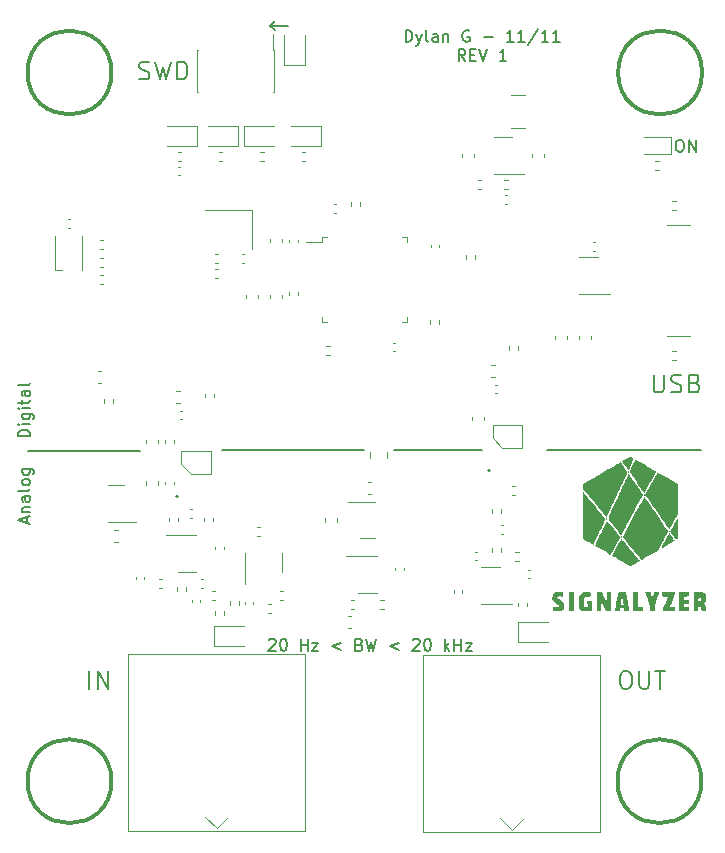
<source format=gbr>
%TF.GenerationSoftware,KiCad,Pcbnew,(6.0.4)*%
%TF.CreationDate,2022-11-12T18:53:05-06:00*%
%TF.ProjectId,Signalyzer,5369676e-616c-4797-9a65-722e6b696361,rev?*%
%TF.SameCoordinates,Original*%
%TF.FileFunction,Legend,Top*%
%TF.FilePolarity,Positive*%
%FSLAX46Y46*%
G04 Gerber Fmt 4.6, Leading zero omitted, Abs format (unit mm)*
G04 Created by KiCad (PCBNEW (6.0.4)) date 2022-11-12 18:53:05*
%MOMM*%
%LPD*%
G01*
G04 APERTURE LIST*
%ADD10C,0.150000*%
%ADD11C,0.300000*%
%ADD12C,0.200000*%
%ADD13C,0.120000*%
%ADD14C,0.160000*%
G04 APERTURE END LIST*
D10*
X144250000Y-59397380D02*
X144250000Y-58397380D01*
X144488095Y-58397380D01*
X144630952Y-58445000D01*
X144726190Y-58540238D01*
X144773809Y-58635476D01*
X144821428Y-58825952D01*
X144821428Y-58968809D01*
X144773809Y-59159285D01*
X144726190Y-59254523D01*
X144630952Y-59349761D01*
X144488095Y-59397380D01*
X144250000Y-59397380D01*
X145154761Y-58730714D02*
X145392857Y-59397380D01*
X145630952Y-58730714D02*
X145392857Y-59397380D01*
X145297619Y-59635476D01*
X145250000Y-59683095D01*
X145154761Y-59730714D01*
X146154761Y-59397380D02*
X146059523Y-59349761D01*
X146011904Y-59254523D01*
X146011904Y-58397380D01*
X146964285Y-59397380D02*
X146964285Y-58873571D01*
X146916666Y-58778333D01*
X146821428Y-58730714D01*
X146630952Y-58730714D01*
X146535714Y-58778333D01*
X146964285Y-59349761D02*
X146869047Y-59397380D01*
X146630952Y-59397380D01*
X146535714Y-59349761D01*
X146488095Y-59254523D01*
X146488095Y-59159285D01*
X146535714Y-59064047D01*
X146630952Y-59016428D01*
X146869047Y-59016428D01*
X146964285Y-58968809D01*
X147440476Y-58730714D02*
X147440476Y-59397380D01*
X147440476Y-58825952D02*
X147488095Y-58778333D01*
X147583333Y-58730714D01*
X147726190Y-58730714D01*
X147821428Y-58778333D01*
X147869047Y-58873571D01*
X147869047Y-59397380D01*
X149630952Y-58445000D02*
X149535714Y-58397380D01*
X149392857Y-58397380D01*
X149250000Y-58445000D01*
X149154761Y-58540238D01*
X149107142Y-58635476D01*
X149059523Y-58825952D01*
X149059523Y-58968809D01*
X149107142Y-59159285D01*
X149154761Y-59254523D01*
X149250000Y-59349761D01*
X149392857Y-59397380D01*
X149488095Y-59397380D01*
X149630952Y-59349761D01*
X149678571Y-59302142D01*
X149678571Y-58968809D01*
X149488095Y-58968809D01*
X150869047Y-59016428D02*
X151630952Y-59016428D01*
X153392857Y-59397380D02*
X152821428Y-59397380D01*
X153107142Y-59397380D02*
X153107142Y-58397380D01*
X153011904Y-58540238D01*
X152916666Y-58635476D01*
X152821428Y-58683095D01*
X154345238Y-59397380D02*
X153773809Y-59397380D01*
X154059523Y-59397380D02*
X154059523Y-58397380D01*
X153964285Y-58540238D01*
X153869047Y-58635476D01*
X153773809Y-58683095D01*
X155488095Y-58349761D02*
X154630952Y-59635476D01*
X156345238Y-59397380D02*
X155773809Y-59397380D01*
X156059523Y-59397380D02*
X156059523Y-58397380D01*
X155964285Y-58540238D01*
X155869047Y-58635476D01*
X155773809Y-58683095D01*
X157297619Y-59397380D02*
X156726190Y-59397380D01*
X157011904Y-59397380D02*
X157011904Y-58397380D01*
X156916666Y-58540238D01*
X156821428Y-58635476D01*
X156726190Y-58683095D01*
X149321428Y-61007380D02*
X148988095Y-60531190D01*
X148750000Y-61007380D02*
X148750000Y-60007380D01*
X149130952Y-60007380D01*
X149226190Y-60055000D01*
X149273809Y-60102619D01*
X149321428Y-60197857D01*
X149321428Y-60340714D01*
X149273809Y-60435952D01*
X149226190Y-60483571D01*
X149130952Y-60531190D01*
X148750000Y-60531190D01*
X149750000Y-60483571D02*
X150083333Y-60483571D01*
X150226190Y-61007380D02*
X149750000Y-61007380D01*
X149750000Y-60007380D01*
X150226190Y-60007380D01*
X150511904Y-60007380D02*
X150845238Y-61007380D01*
X151178571Y-60007380D01*
X152797619Y-61007380D02*
X152226190Y-61007380D01*
X152511904Y-61007380D02*
X152511904Y-60007380D01*
X152416666Y-60150238D01*
X152321428Y-60245476D01*
X152226190Y-60293095D01*
D11*
X119356336Y-62000000D02*
G75*
G03*
X119356336Y-62000000I-3553168J0D01*
G01*
X169356336Y-62000000D02*
G75*
G03*
X169356336Y-62000000I-3553168J0D01*
G01*
X119356336Y-122000000D02*
G75*
G03*
X119356336Y-122000000I-3553168J0D01*
G01*
X169303168Y-122000000D02*
G75*
G03*
X169303168Y-122000000I-3553168J0D01*
G01*
D10*
X112166666Y-100130952D02*
X112166666Y-99654761D01*
X112452380Y-100226190D02*
X111452380Y-99892857D01*
X112452380Y-99559523D01*
X111785714Y-99226190D02*
X112452380Y-99226190D01*
X111880952Y-99226190D02*
X111833333Y-99178571D01*
X111785714Y-99083333D01*
X111785714Y-98940476D01*
X111833333Y-98845238D01*
X111928571Y-98797619D01*
X112452380Y-98797619D01*
X112452380Y-97892857D02*
X111928571Y-97892857D01*
X111833333Y-97940476D01*
X111785714Y-98035714D01*
X111785714Y-98226190D01*
X111833333Y-98321428D01*
X112404761Y-97892857D02*
X112452380Y-97988095D01*
X112452380Y-98226190D01*
X112404761Y-98321428D01*
X112309523Y-98369047D01*
X112214285Y-98369047D01*
X112119047Y-98321428D01*
X112071428Y-98226190D01*
X112071428Y-97988095D01*
X112023809Y-97892857D01*
X112452380Y-97273809D02*
X112404761Y-97369047D01*
X112309523Y-97416666D01*
X111452380Y-97416666D01*
X112452380Y-96750000D02*
X112404761Y-96845238D01*
X112357142Y-96892857D01*
X112261904Y-96940476D01*
X111976190Y-96940476D01*
X111880952Y-96892857D01*
X111833333Y-96845238D01*
X111785714Y-96750000D01*
X111785714Y-96607142D01*
X111833333Y-96511904D01*
X111880952Y-96464285D01*
X111976190Y-96416666D01*
X112261904Y-96416666D01*
X112357142Y-96464285D01*
X112404761Y-96511904D01*
X112452380Y-96607142D01*
X112452380Y-96750000D01*
X111785714Y-95559523D02*
X112595238Y-95559523D01*
X112690476Y-95607142D01*
X112738095Y-95654761D01*
X112785714Y-95750000D01*
X112785714Y-95892857D01*
X112738095Y-95988095D01*
X112404761Y-95559523D02*
X112452380Y-95654761D01*
X112452380Y-95845238D01*
X112404761Y-95940476D01*
X112357142Y-95988095D01*
X112261904Y-96035714D01*
X111976190Y-96035714D01*
X111880952Y-95988095D01*
X111833333Y-95940476D01*
X111785714Y-95845238D01*
X111785714Y-95654761D01*
X111833333Y-95559523D01*
X112452380Y-92797619D02*
X111452380Y-92797619D01*
X111452380Y-92559523D01*
X111500000Y-92416666D01*
X111595238Y-92321428D01*
X111690476Y-92273809D01*
X111880952Y-92226190D01*
X112023809Y-92226190D01*
X112214285Y-92273809D01*
X112309523Y-92321428D01*
X112404761Y-92416666D01*
X112452380Y-92559523D01*
X112452380Y-92797619D01*
X112452380Y-91797619D02*
X111785714Y-91797619D01*
X111452380Y-91797619D02*
X111500000Y-91845238D01*
X111547619Y-91797619D01*
X111500000Y-91750000D01*
X111452380Y-91797619D01*
X111547619Y-91797619D01*
X111785714Y-90892857D02*
X112595238Y-90892857D01*
X112690476Y-90940476D01*
X112738095Y-90988095D01*
X112785714Y-91083333D01*
X112785714Y-91226190D01*
X112738095Y-91321428D01*
X112404761Y-90892857D02*
X112452380Y-90988095D01*
X112452380Y-91178571D01*
X112404761Y-91273809D01*
X112357142Y-91321428D01*
X112261904Y-91369047D01*
X111976190Y-91369047D01*
X111880952Y-91321428D01*
X111833333Y-91273809D01*
X111785714Y-91178571D01*
X111785714Y-90988095D01*
X111833333Y-90892857D01*
X112452380Y-90416666D02*
X111785714Y-90416666D01*
X111452380Y-90416666D02*
X111500000Y-90464285D01*
X111547619Y-90416666D01*
X111500000Y-90369047D01*
X111452380Y-90416666D01*
X111547619Y-90416666D01*
X111785714Y-90083333D02*
X111785714Y-89702380D01*
X111452380Y-89940476D02*
X112309523Y-89940476D01*
X112404761Y-89892857D01*
X112452380Y-89797619D01*
X112452380Y-89702380D01*
X112452380Y-88940476D02*
X111928571Y-88940476D01*
X111833333Y-88988095D01*
X111785714Y-89083333D01*
X111785714Y-89273809D01*
X111833333Y-89369047D01*
X112404761Y-88940476D02*
X112452380Y-89035714D01*
X112452380Y-89273809D01*
X112404761Y-89369047D01*
X112309523Y-89416666D01*
X112214285Y-89416666D01*
X112119047Y-89369047D01*
X112071428Y-89273809D01*
X112071428Y-89035714D01*
X112023809Y-88940476D01*
X112452380Y-88321428D02*
X112404761Y-88416666D01*
X112309523Y-88464285D01*
X111452380Y-88464285D01*
X167380952Y-67702380D02*
X167571428Y-67702380D01*
X167666666Y-67750000D01*
X167761904Y-67845238D01*
X167809523Y-68035714D01*
X167809523Y-68369047D01*
X167761904Y-68559523D01*
X167666666Y-68654761D01*
X167571428Y-68702380D01*
X167380952Y-68702380D01*
X167285714Y-68654761D01*
X167190476Y-68559523D01*
X167142857Y-68369047D01*
X167142857Y-68035714D01*
X167190476Y-67845238D01*
X167285714Y-67750000D01*
X167380952Y-67702380D01*
X168238095Y-68702380D02*
X168238095Y-67702380D01*
X168809523Y-68702380D01*
X168809523Y-67702380D01*
X132678571Y-110047619D02*
X132726190Y-110000000D01*
X132821428Y-109952380D01*
X133059523Y-109952380D01*
X133154761Y-110000000D01*
X133202380Y-110047619D01*
X133250000Y-110142857D01*
X133250000Y-110238095D01*
X133202380Y-110380952D01*
X132630952Y-110952380D01*
X133250000Y-110952380D01*
X133869047Y-109952380D02*
X133964285Y-109952380D01*
X134059523Y-110000000D01*
X134107142Y-110047619D01*
X134154761Y-110142857D01*
X134202380Y-110333333D01*
X134202380Y-110571428D01*
X134154761Y-110761904D01*
X134107142Y-110857142D01*
X134059523Y-110904761D01*
X133964285Y-110952380D01*
X133869047Y-110952380D01*
X133773809Y-110904761D01*
X133726190Y-110857142D01*
X133678571Y-110761904D01*
X133630952Y-110571428D01*
X133630952Y-110333333D01*
X133678571Y-110142857D01*
X133726190Y-110047619D01*
X133773809Y-110000000D01*
X133869047Y-109952380D01*
X135392857Y-110952380D02*
X135392857Y-109952380D01*
X135392857Y-110428571D02*
X135964285Y-110428571D01*
X135964285Y-110952380D02*
X135964285Y-109952380D01*
X136345238Y-110285714D02*
X136869047Y-110285714D01*
X136345238Y-110952380D01*
X136869047Y-110952380D01*
X138773809Y-110285714D02*
X138011904Y-110571428D01*
X138773809Y-110857142D01*
X140345238Y-110428571D02*
X140488095Y-110476190D01*
X140535714Y-110523809D01*
X140583333Y-110619047D01*
X140583333Y-110761904D01*
X140535714Y-110857142D01*
X140488095Y-110904761D01*
X140392857Y-110952380D01*
X140011904Y-110952380D01*
X140011904Y-109952380D01*
X140345238Y-109952380D01*
X140440476Y-110000000D01*
X140488095Y-110047619D01*
X140535714Y-110142857D01*
X140535714Y-110238095D01*
X140488095Y-110333333D01*
X140440476Y-110380952D01*
X140345238Y-110428571D01*
X140011904Y-110428571D01*
X140916666Y-109952380D02*
X141154761Y-110952380D01*
X141345238Y-110238095D01*
X141535714Y-110952380D01*
X141773809Y-109952380D01*
X143678571Y-110285714D02*
X142916666Y-110571428D01*
X143678571Y-110857142D01*
X144869047Y-110047619D02*
X144916666Y-110000000D01*
X145011904Y-109952380D01*
X145250000Y-109952380D01*
X145345238Y-110000000D01*
X145392857Y-110047619D01*
X145440476Y-110142857D01*
X145440476Y-110238095D01*
X145392857Y-110380952D01*
X144821428Y-110952380D01*
X145440476Y-110952380D01*
X146059523Y-109952380D02*
X146154761Y-109952380D01*
X146250000Y-110000000D01*
X146297619Y-110047619D01*
X146345238Y-110142857D01*
X146392857Y-110333333D01*
X146392857Y-110571428D01*
X146345238Y-110761904D01*
X146297619Y-110857142D01*
X146250000Y-110904761D01*
X146154761Y-110952380D01*
X146059523Y-110952380D01*
X145964285Y-110904761D01*
X145916666Y-110857142D01*
X145869047Y-110761904D01*
X145821428Y-110571428D01*
X145821428Y-110333333D01*
X145869047Y-110142857D01*
X145916666Y-110047619D01*
X145964285Y-110000000D01*
X146059523Y-109952380D01*
X147583333Y-110952380D02*
X147583333Y-109952380D01*
X147678571Y-110571428D02*
X147964285Y-110952380D01*
X147964285Y-110285714D02*
X147583333Y-110666666D01*
X148392857Y-110952380D02*
X148392857Y-109952380D01*
X148392857Y-110428571D02*
X148964285Y-110428571D01*
X148964285Y-110952380D02*
X148964285Y-109952380D01*
X149345238Y-110285714D02*
X149869047Y-110285714D01*
X149345238Y-110952380D01*
X149869047Y-110952380D01*
D12*
X162750000Y-112678571D02*
X163035714Y-112678571D01*
X163178571Y-112750000D01*
X163321428Y-112892857D01*
X163392857Y-113178571D01*
X163392857Y-113678571D01*
X163321428Y-113964285D01*
X163178571Y-114107142D01*
X163035714Y-114178571D01*
X162750000Y-114178571D01*
X162607142Y-114107142D01*
X162464285Y-113964285D01*
X162392857Y-113678571D01*
X162392857Y-113178571D01*
X162464285Y-112892857D01*
X162607142Y-112750000D01*
X162750000Y-112678571D01*
X164035714Y-112678571D02*
X164035714Y-113892857D01*
X164107142Y-114035714D01*
X164178571Y-114107142D01*
X164321428Y-114178571D01*
X164607142Y-114178571D01*
X164750000Y-114107142D01*
X164821428Y-114035714D01*
X164892857Y-113892857D01*
X164892857Y-112678571D01*
X165392857Y-112678571D02*
X166250000Y-112678571D01*
X165821428Y-114178571D02*
X165821428Y-112678571D01*
X117464285Y-114178571D02*
X117464285Y-112678571D01*
X118178571Y-114178571D02*
X118178571Y-112678571D01*
X119035714Y-114178571D01*
X119035714Y-112678571D01*
D10*
X140750000Y-94000000D02*
X128750000Y-94000000D01*
X150750000Y-94000000D02*
X143250000Y-94000000D01*
X121750000Y-94025000D02*
X112250000Y-94025000D01*
X156250000Y-94000000D02*
X169250000Y-94000000D01*
D12*
X165257142Y-87578571D02*
X165257142Y-88792857D01*
X165328571Y-88935714D01*
X165400000Y-89007142D01*
X165542857Y-89078571D01*
X165828571Y-89078571D01*
X165971428Y-89007142D01*
X166042857Y-88935714D01*
X166114285Y-88792857D01*
X166114285Y-87578571D01*
X166757142Y-89007142D02*
X166971428Y-89078571D01*
X167328571Y-89078571D01*
X167471428Y-89007142D01*
X167542857Y-88935714D01*
X167614285Y-88792857D01*
X167614285Y-88650000D01*
X167542857Y-88507142D01*
X167471428Y-88435714D01*
X167328571Y-88364285D01*
X167042857Y-88292857D01*
X166900000Y-88221428D01*
X166828571Y-88150000D01*
X166757142Y-88007142D01*
X166757142Y-87864285D01*
X166828571Y-87721428D01*
X166900000Y-87650000D01*
X167042857Y-87578571D01*
X167400000Y-87578571D01*
X167614285Y-87650000D01*
X168757142Y-88292857D02*
X168971428Y-88364285D01*
X169042857Y-88435714D01*
X169114285Y-88578571D01*
X169114285Y-88792857D01*
X169042857Y-88935714D01*
X168971428Y-89007142D01*
X168828571Y-89078571D01*
X168257142Y-89078571D01*
X168257142Y-87578571D01*
X168757142Y-87578571D01*
X168900000Y-87650000D01*
X168971428Y-87721428D01*
X169042857Y-87864285D01*
X169042857Y-88007142D01*
X168971428Y-88150000D01*
X168900000Y-88221428D01*
X168757142Y-88292857D01*
X168257142Y-88292857D01*
X134311904Y-58042857D02*
X132788095Y-58042857D01*
X133169047Y-58423809D02*
X132788095Y-58042857D01*
X133169047Y-57661904D01*
X121714285Y-62507142D02*
X121928571Y-62578571D01*
X122285714Y-62578571D01*
X122428571Y-62507142D01*
X122500000Y-62435714D01*
X122571428Y-62292857D01*
X122571428Y-62150000D01*
X122500000Y-62007142D01*
X122428571Y-61935714D01*
X122285714Y-61864285D01*
X122000000Y-61792857D01*
X121857142Y-61721428D01*
X121785714Y-61650000D01*
X121714285Y-61507142D01*
X121714285Y-61364285D01*
X121785714Y-61221428D01*
X121857142Y-61150000D01*
X122000000Y-61078571D01*
X122357142Y-61078571D01*
X122571428Y-61150000D01*
X123071428Y-61078571D02*
X123428571Y-62578571D01*
X123714285Y-61507142D01*
X124000000Y-62578571D01*
X124357142Y-61078571D01*
X124928571Y-62578571D02*
X124928571Y-61078571D01*
X125285714Y-61078571D01*
X125500000Y-61150000D01*
X125642857Y-61292857D01*
X125714285Y-61435714D01*
X125785714Y-61721428D01*
X125785714Y-61935714D01*
X125714285Y-62221428D01*
X125642857Y-62364285D01*
X125500000Y-62507142D01*
X125285714Y-62578571D01*
X124928571Y-62578571D01*
D13*
%TO.C,L101*%
X153147936Y-66660000D02*
X154352064Y-66660000D01*
X153147936Y-63940000D02*
X154352064Y-63940000D01*
%TO.C,G\u002A\u002A\u002A*%
G36*
X163347857Y-94538256D02*
G01*
X163426586Y-94573282D01*
X163459347Y-94590861D01*
X163533935Y-94640306D01*
X163563234Y-94683444D01*
X163561828Y-94719596D01*
X163545563Y-94763080D01*
X163509973Y-94845690D01*
X163460025Y-94956857D01*
X163400683Y-95086008D01*
X163336913Y-95222573D01*
X163273682Y-95355979D01*
X163215953Y-95475657D01*
X163168694Y-95571034D01*
X163136869Y-95631539D01*
X163125865Y-95647731D01*
X163106974Y-95624600D01*
X163060733Y-95560952D01*
X162993077Y-95465152D01*
X162909942Y-95345564D01*
X162859918Y-95272897D01*
X162602897Y-94898295D01*
X162924779Y-94711313D01*
X163051345Y-94639896D01*
X163162516Y-94581062D01*
X163246800Y-94540627D01*
X163292704Y-94524408D01*
X163294218Y-94524330D01*
X163347857Y-94538256D01*
G37*
G36*
X163165010Y-95758130D02*
G01*
X163185023Y-95815359D01*
X163173633Y-95854520D01*
X163150432Y-95896820D01*
X163129336Y-95886282D01*
X163112259Y-95860231D01*
X163094058Y-95803281D01*
X163104565Y-95757913D01*
X163134860Y-95741393D01*
X163165010Y-95758130D01*
G37*
G36*
X163758263Y-94776104D02*
G01*
X163831383Y-94815902D01*
X163940610Y-94877288D01*
X164078687Y-94956029D01*
X164238359Y-95047890D01*
X164412367Y-95148635D01*
X164593454Y-95254031D01*
X164774364Y-95359843D01*
X164947839Y-95461836D01*
X165106623Y-95555775D01*
X165243458Y-95637426D01*
X165351087Y-95702555D01*
X165422253Y-95746926D01*
X165449699Y-95766305D01*
X165449790Y-95766522D01*
X165437420Y-95797405D01*
X165400252Y-95872291D01*
X165342251Y-95983940D01*
X165267387Y-96125113D01*
X165179625Y-96288570D01*
X165082933Y-96467072D01*
X164981279Y-96653378D01*
X164878628Y-96840250D01*
X164778950Y-97020447D01*
X164686211Y-97186730D01*
X164604378Y-97331859D01*
X164537418Y-97448595D01*
X164489299Y-97529698D01*
X164463988Y-97567929D01*
X164461522Y-97569965D01*
X164439842Y-97546389D01*
X164388871Y-97479294D01*
X164312479Y-97374123D01*
X164214536Y-97236324D01*
X164098915Y-97071340D01*
X163969484Y-96884619D01*
X163831010Y-96682912D01*
X163224845Y-95795859D01*
X163466584Y-95279616D01*
X163542477Y-95119612D01*
X163610712Y-94979656D01*
X163667122Y-94867980D01*
X163707541Y-94792815D01*
X163727803Y-94762392D01*
X163728509Y-94762129D01*
X163758263Y-94776104D01*
G37*
G36*
X164493788Y-97683096D02*
G01*
X164507841Y-97738023D01*
X164497156Y-97795935D01*
X164495527Y-97799004D01*
X164471951Y-97827976D01*
X164449419Y-97805944D01*
X164440337Y-97789070D01*
X164422989Y-97724402D01*
X164434598Y-97673763D01*
X164461640Y-97658672D01*
X164493788Y-97683096D01*
G37*
G36*
X162763132Y-95390866D02*
G01*
X162868600Y-95544864D01*
X162943816Y-95658735D01*
X162992955Y-95740431D01*
X163020194Y-95797908D01*
X163029710Y-95839121D01*
X163025680Y-95872024D01*
X163021721Y-95883358D01*
X163001990Y-95928512D01*
X162960265Y-96020274D01*
X162899022Y-96153358D01*
X162820739Y-96322477D01*
X162727895Y-96522344D01*
X162622967Y-96747671D01*
X162508432Y-96993173D01*
X162386770Y-97253561D01*
X162260457Y-97523549D01*
X162131972Y-97797850D01*
X162003792Y-98071177D01*
X161878396Y-98338243D01*
X161758260Y-98593761D01*
X161645864Y-98832444D01*
X161543684Y-99049005D01*
X161454200Y-99238157D01*
X161379888Y-99394613D01*
X161323226Y-99513086D01*
X161286692Y-99588289D01*
X161272871Y-99614854D01*
X161251130Y-99596404D01*
X161195657Y-99536209D01*
X161109990Y-99438441D01*
X160997665Y-99307272D01*
X160862218Y-99146874D01*
X160707186Y-98961421D01*
X160536106Y-98755084D01*
X160352513Y-98532037D01*
X160278288Y-98441425D01*
X159302503Y-97248602D01*
X159302503Y-96824813D01*
X160618335Y-96057200D01*
X160883357Y-95902588D01*
X161141324Y-95752081D01*
X161386076Y-95609273D01*
X161611451Y-95477759D01*
X161811290Y-95361134D01*
X161979432Y-95262993D01*
X162109717Y-95186931D01*
X162195984Y-95136544D01*
X162204579Y-95131521D01*
X162474990Y-94973455D01*
X162763132Y-95390866D01*
G37*
G36*
X161303803Y-99720952D02*
G01*
X161324146Y-99738665D01*
X161334930Y-99781623D01*
X161320149Y-99830111D01*
X161291258Y-99862543D01*
X161260655Y-99858307D01*
X161241162Y-99808977D01*
X161245195Y-99748493D01*
X161265508Y-99715807D01*
X161303803Y-99720952D01*
G37*
G36*
X165633471Y-95877414D02*
G01*
X165709608Y-95916360D01*
X165824143Y-95978482D01*
X165970827Y-96060311D01*
X166143412Y-96158376D01*
X166335649Y-96269208D01*
X166458265Y-96340649D01*
X167286205Y-96824910D01*
X167293917Y-98088375D01*
X167301630Y-99351840D01*
X166970971Y-99961543D01*
X166875392Y-100137255D01*
X166787550Y-100297756D01*
X166711900Y-100434984D01*
X166652895Y-100540879D01*
X166614991Y-100607383D01*
X166604541Y-100624564D01*
X166593657Y-100631570D01*
X166576068Y-100625241D01*
X166549194Y-100602085D01*
X166510456Y-100558608D01*
X166457274Y-100491317D01*
X166387067Y-100396720D01*
X166297257Y-100271322D01*
X166185264Y-100111632D01*
X166048507Y-99914155D01*
X165884407Y-99675399D01*
X165690384Y-99391870D01*
X165643685Y-99323517D01*
X165468427Y-99066913D01*
X165301135Y-98821940D01*
X165145166Y-98593514D01*
X165003874Y-98386548D01*
X164880613Y-98205958D01*
X164778737Y-98056657D01*
X164701602Y-97943561D01*
X164652562Y-97871584D01*
X164638478Y-97850856D01*
X164558356Y-97732563D01*
X165065996Y-96803203D01*
X165183797Y-96588706D01*
X165293489Y-96391203D01*
X165391701Y-96216594D01*
X165475064Y-96070779D01*
X165540206Y-95959656D01*
X165583757Y-95889126D01*
X165601981Y-95865115D01*
X165633471Y-95877414D01*
G37*
G36*
X166594425Y-100750576D02*
G01*
X166616848Y-100790597D01*
X166620896Y-100822584D01*
X166608043Y-100878028D01*
X166579887Y-100896901D01*
X166552028Y-100869341D01*
X166550999Y-100866768D01*
X166544422Y-100810979D01*
X166559290Y-100763657D01*
X166587116Y-100747511D01*
X166594425Y-100750576D01*
G37*
G36*
X163163960Y-95995250D02*
G01*
X163190991Y-96025180D01*
X163218850Y-96063270D01*
X163275790Y-96144056D01*
X163357553Y-96261392D01*
X163459879Y-96409131D01*
X163578506Y-96581126D01*
X163709175Y-96771230D01*
X163810089Y-96918451D01*
X164380642Y-97751770D01*
X164297532Y-97904814D01*
X164041751Y-98375471D01*
X163801854Y-98816190D01*
X163578939Y-99224975D01*
X163374103Y-99599835D01*
X163188443Y-99938775D01*
X163023057Y-100239804D01*
X162879041Y-100500926D01*
X162757493Y-100720150D01*
X162659510Y-100895482D01*
X162586190Y-101024928D01*
X162538629Y-101106496D01*
X162517926Y-101138192D01*
X162517389Y-101138539D01*
X162493915Y-101117953D01*
X162438175Y-101057090D01*
X162355069Y-100961670D01*
X162249499Y-100837412D01*
X162126368Y-100690038D01*
X161990577Y-100525267D01*
X161963737Y-100492449D01*
X161825264Y-100322241D01*
X161698567Y-100165184D01*
X161588650Y-100027589D01*
X161500518Y-99915764D01*
X161439173Y-99836017D01*
X161409621Y-99794657D01*
X161408210Y-99792094D01*
X161412685Y-99760477D01*
X161437709Y-99687924D01*
X161483978Y-99572864D01*
X161552187Y-99413727D01*
X161643029Y-99208942D01*
X161757200Y-98956939D01*
X161895395Y-98656146D01*
X162058306Y-98304993D01*
X162201301Y-97998719D01*
X162344020Y-97693560D01*
X162480716Y-97400952D01*
X162609089Y-97125839D01*
X162726841Y-96873165D01*
X162831670Y-96647874D01*
X162921277Y-96454912D01*
X162993361Y-96299222D01*
X163045622Y-96185749D01*
X163075761Y-96119438D01*
X163080058Y-96109680D01*
X163117082Y-96027475D01*
X163141606Y-95991955D01*
X163163960Y-95995250D01*
G37*
G36*
X162546199Y-101230405D02*
G01*
X162559248Y-101242791D01*
X162586022Y-101299943D01*
X162582614Y-101334796D01*
X162548354Y-101379978D01*
X162508593Y-101370852D01*
X162495820Y-101354566D01*
X162489065Y-101304784D01*
X162497114Y-101262561D01*
X162517469Y-101220302D01*
X162546199Y-101230405D01*
G37*
G36*
X167294055Y-100556119D02*
G01*
X167295601Y-100778469D01*
X167296147Y-100982290D01*
X167295742Y-101159895D01*
X167294435Y-101303593D01*
X167292273Y-101405697D01*
X167289306Y-101458518D01*
X167288333Y-101463440D01*
X167252667Y-101505813D01*
X167221344Y-101526852D01*
X167196180Y-101531835D01*
X167165858Y-101516733D01*
X167124577Y-101475086D01*
X167066537Y-101400433D01*
X166985936Y-101286315D01*
X166923981Y-101195694D01*
X166837909Y-101067713D01*
X166765157Y-100957165D01*
X166711600Y-100873165D01*
X166683113Y-100824829D01*
X166680035Y-100817248D01*
X166693566Y-100786709D01*
X166731412Y-100712155D01*
X166789449Y-100601425D01*
X166863554Y-100462357D01*
X166949604Y-100302788D01*
X166983120Y-100241085D01*
X167286205Y-99684167D01*
X167294055Y-100556119D01*
G37*
G36*
X159328368Y-97516865D02*
G01*
X159389282Y-97589720D01*
X159477825Y-97696719D01*
X159589623Y-97832500D01*
X159720307Y-97991702D01*
X159865503Y-98168965D01*
X160020839Y-98358927D01*
X160181945Y-98556228D01*
X160344448Y-98755507D01*
X160503977Y-98951404D01*
X160656160Y-99138557D01*
X160796624Y-99311606D01*
X160920999Y-99465190D01*
X161024912Y-99593948D01*
X161103991Y-99692519D01*
X161153866Y-99755542D01*
X161170166Y-99777433D01*
X161160949Y-99810213D01*
X161129402Y-99889301D01*
X161078758Y-100007731D01*
X161012252Y-100158535D01*
X160933117Y-100334749D01*
X160844587Y-100529405D01*
X160749896Y-100735537D01*
X160652277Y-100946181D01*
X160554965Y-101154368D01*
X160461192Y-101353133D01*
X160374193Y-101535510D01*
X160297202Y-101694533D01*
X160233452Y-101823236D01*
X160186177Y-101914652D01*
X160158611Y-101961815D01*
X160153881Y-101966715D01*
X160121739Y-101954645D01*
X160047928Y-101917066D01*
X159941496Y-101858884D01*
X159811493Y-101785004D01*
X159716472Y-101729614D01*
X159302503Y-101485957D01*
X159294902Y-99478470D01*
X159293795Y-99140262D01*
X159293084Y-98820311D01*
X159292758Y-98523381D01*
X159292807Y-98254237D01*
X159293220Y-98017643D01*
X159293985Y-97818363D01*
X159295093Y-97661164D01*
X159296531Y-97550808D01*
X159298290Y-97492061D01*
X159299453Y-97483513D01*
X159328368Y-97516865D01*
G37*
G36*
X166611077Y-101022484D02*
G01*
X166658182Y-101082606D01*
X166722009Y-101169374D01*
X166794905Y-101271793D01*
X166869218Y-101378869D01*
X166937295Y-101479610D01*
X166991485Y-101563020D01*
X167024134Y-101618107D01*
X167029835Y-101634263D01*
X167003702Y-101650006D01*
X166935411Y-101690278D01*
X166833912Y-101749850D01*
X166708156Y-101823495D01*
X166567093Y-101905985D01*
X166419671Y-101992091D01*
X166274841Y-102076587D01*
X166141554Y-102154244D01*
X166028757Y-102219835D01*
X165945402Y-102268131D01*
X165903841Y-102291987D01*
X165882018Y-102289560D01*
X165881664Y-102286564D01*
X165895209Y-102253678D01*
X165932702Y-102178688D01*
X165989433Y-102070172D01*
X166060691Y-101936706D01*
X166141764Y-101786867D01*
X166227941Y-101629232D01*
X166314512Y-101472377D01*
X166396765Y-101324880D01*
X166469990Y-101195317D01*
X166529475Y-101092265D01*
X166570509Y-101024301D01*
X166588346Y-101000000D01*
X166611077Y-101022484D01*
G37*
G36*
X161316745Y-99974433D02*
G01*
X161370623Y-100030825D01*
X161450247Y-100119876D01*
X161550011Y-100234833D01*
X161664310Y-100368943D01*
X161787537Y-100515451D01*
X161914087Y-100667604D01*
X162038354Y-100818647D01*
X162154732Y-100961826D01*
X162257616Y-101090388D01*
X162341399Y-101197578D01*
X162400475Y-101276643D01*
X162429240Y-101320828D01*
X162431043Y-101327114D01*
X162415935Y-101356789D01*
X162376858Y-101430040D01*
X162318180Y-101538863D01*
X162244271Y-101675254D01*
X162159499Y-101831209D01*
X162068235Y-101998722D01*
X161974848Y-102169791D01*
X161883707Y-102336410D01*
X161799181Y-102490574D01*
X161725640Y-102624281D01*
X161667454Y-102729524D01*
X161628991Y-102798301D01*
X161614727Y-102822544D01*
X161588121Y-102810447D01*
X161517451Y-102772175D01*
X161409581Y-102711616D01*
X161271373Y-102632656D01*
X161109693Y-102539182D01*
X160957234Y-102450223D01*
X160781239Y-102345987D01*
X160623789Y-102250566D01*
X160491622Y-102168223D01*
X160391475Y-102103217D01*
X160330088Y-102059812D01*
X160313423Y-102043050D01*
X160327472Y-102008232D01*
X160363419Y-101927560D01*
X160417903Y-101808178D01*
X160487565Y-101657233D01*
X160569045Y-101481869D01*
X160658981Y-101289233D01*
X160754013Y-101086469D01*
X160850782Y-100880725D01*
X160945926Y-100679144D01*
X161036086Y-100488873D01*
X161117901Y-100317057D01*
X161188010Y-100170841D01*
X161243054Y-100057372D01*
X161279672Y-99983795D01*
X161294219Y-99957456D01*
X161316745Y-99974433D01*
G37*
G36*
X164514387Y-97946274D02*
G01*
X164565236Y-98019044D01*
X164641962Y-98129812D01*
X164741002Y-98273373D01*
X164858792Y-98444519D01*
X164991767Y-98638044D01*
X165136364Y-98848741D01*
X165289018Y-99071402D01*
X165446166Y-99300822D01*
X165604243Y-99531794D01*
X165759685Y-99759110D01*
X165908929Y-99977564D01*
X166048410Y-100181949D01*
X166174565Y-100367059D01*
X166283828Y-100527686D01*
X166372637Y-100658624D01*
X166437427Y-100754666D01*
X166474634Y-100810606D01*
X166482349Y-100823024D01*
X166470087Y-100852607D01*
X166432749Y-100927661D01*
X166373689Y-101041801D01*
X166296262Y-101188641D01*
X166203820Y-101361795D01*
X166099719Y-101554878D01*
X166045094Y-101655518D01*
X165602354Y-102469441D01*
X164934389Y-102858353D01*
X164754555Y-102962654D01*
X164591609Y-103056388D01*
X164452480Y-103135632D01*
X164344097Y-103196461D01*
X164273391Y-103234953D01*
X164247538Y-103247264D01*
X164224359Y-103225365D01*
X164169097Y-103163774D01*
X164087020Y-103068651D01*
X163983396Y-102946157D01*
X163863492Y-102802450D01*
X163760788Y-102678055D01*
X163606502Y-102490328D01*
X163441399Y-102289400D01*
X163276678Y-102088907D01*
X163123542Y-101902482D01*
X162993192Y-101743760D01*
X162958257Y-101701211D01*
X162623589Y-101293574D01*
X163548185Y-99593707D01*
X163707171Y-99302301D01*
X163858117Y-99027358D01*
X163998638Y-98773111D01*
X164126348Y-98543792D01*
X164238863Y-98343636D01*
X164333798Y-98176876D01*
X164408767Y-98047745D01*
X164461385Y-97960477D01*
X164489269Y-97919305D01*
X164492979Y-97916710D01*
X164514387Y-97946274D01*
G37*
G36*
X162557806Y-101486618D02*
G01*
X162611778Y-101544904D01*
X162693295Y-101637549D01*
X162797541Y-101758740D01*
X162919698Y-101902660D01*
X163054952Y-102063495D01*
X163198484Y-102235429D01*
X163345479Y-102412647D01*
X163491120Y-102589335D01*
X163630590Y-102759676D01*
X163759073Y-102917855D01*
X163871752Y-103058058D01*
X163963810Y-103174469D01*
X164030432Y-103261274D01*
X164066799Y-103312655D01*
X164072040Y-103322783D01*
X164051154Y-103349673D01*
X163988584Y-103397367D01*
X163895178Y-103459503D01*
X163781782Y-103529720D01*
X163659243Y-103601657D01*
X163538407Y-103668952D01*
X163430122Y-103725244D01*
X163345234Y-103764171D01*
X163294591Y-103779372D01*
X163293472Y-103779397D01*
X163253250Y-103764954D01*
X163169210Y-103724091D01*
X163048378Y-103660596D01*
X162897776Y-103578256D01*
X162724429Y-103480861D01*
X162535361Y-103372198D01*
X162496225Y-103349416D01*
X162307646Y-103239303D01*
X162136414Y-103139137D01*
X161988979Y-103052704D01*
X161871787Y-102983790D01*
X161791286Y-102936182D01*
X161753925Y-102913665D01*
X161752103Y-102912425D01*
X161763761Y-102885983D01*
X161799612Y-102815837D01*
X161855271Y-102710060D01*
X161926357Y-102576725D01*
X162008484Y-102423904D01*
X162097270Y-102259669D01*
X162188330Y-102092094D01*
X162277281Y-101929251D01*
X162359740Y-101779211D01*
X162431322Y-101650048D01*
X162487644Y-101549835D01*
X162524323Y-101486643D01*
X162536196Y-101468508D01*
X162557806Y-101486618D01*
G37*
G36*
X169052968Y-105997642D02*
G01*
X169237110Y-105999826D01*
X169372953Y-106007798D01*
X169471262Y-106024392D01*
X169542803Y-106052446D01*
X169598342Y-106094795D01*
X169648644Y-106154274D01*
X169648895Y-106154613D01*
X169681231Y-106208904D01*
X169700231Y-106274994D01*
X169709046Y-106369527D01*
X169710884Y-106482176D01*
X169708902Y-106607873D01*
X169700223Y-106692475D01*
X169680748Y-106753971D01*
X169646381Y-106810347D01*
X169631590Y-106830216D01*
X169552297Y-106934176D01*
X169653767Y-107253921D01*
X169694263Y-107383611D01*
X169727080Y-107492672D01*
X169748577Y-107568738D01*
X169755238Y-107598591D01*
X169728110Y-107610609D01*
X169656454Y-107619449D01*
X169554861Y-107623439D01*
X169537786Y-107623515D01*
X169320335Y-107623515D01*
X169234701Y-107320430D01*
X169188406Y-107168404D01*
X169150390Y-107070705D01*
X169118954Y-107023371D01*
X169104714Y-107017345D01*
X169083850Y-107027862D01*
X169069501Y-107065692D01*
X169060026Y-107140257D01*
X169053785Y-107260978D01*
X169051934Y-107320430D01*
X169043507Y-107623515D01*
X168661175Y-107623515D01*
X168661175Y-106672333D01*
X169048372Y-106672333D01*
X169052641Y-106732232D01*
X169067915Y-106759096D01*
X169097688Y-106765908D01*
X169105307Y-106766007D01*
X169184544Y-106751786D01*
X169224935Y-106735397D01*
X169263961Y-106696749D01*
X169280452Y-106625528D01*
X169282130Y-106574878D01*
X169265439Y-106458162D01*
X169218322Y-106383308D01*
X169145210Y-106356368D01*
X169123206Y-106357856D01*
X169089268Y-106368991D01*
X169069074Y-106399303D01*
X169057995Y-106462278D01*
X169051617Y-106566414D01*
X169048372Y-106672333D01*
X168661175Y-106672333D01*
X168661175Y-105997206D01*
X169052968Y-105997642D01*
G37*
G36*
X168037915Y-105997814D02*
G01*
X168158826Y-106000228D01*
X168236801Y-106005332D01*
X168279935Y-106014008D01*
X168296326Y-106027140D01*
X168294723Y-106043978D01*
X168283506Y-106101771D01*
X168277246Y-106189471D01*
X168276775Y-106220098D01*
X168276775Y-106349446D01*
X167848021Y-106366822D01*
X167848021Y-106632945D01*
X168032829Y-106641748D01*
X168217636Y-106650551D01*
X168217636Y-106972991D01*
X167833236Y-106972991D01*
X167833236Y-107268684D01*
X168072954Y-107268684D01*
X168191778Y-107270139D01*
X168261815Y-107275952D01*
X168293374Y-107288299D01*
X168296766Y-107309353D01*
X168294723Y-107315456D01*
X168283556Y-107373114D01*
X168277276Y-107460939D01*
X168276775Y-107492872D01*
X168276775Y-107623515D01*
X167419266Y-107623515D01*
X167419266Y-105997206D01*
X167865969Y-105997206D01*
X168037915Y-105997814D01*
G37*
G36*
X166467751Y-105997158D02*
G01*
X166517404Y-105997206D01*
X167064435Y-105997206D01*
X167064435Y-106113836D01*
X167053934Y-106185830D01*
X167021180Y-106292384D01*
X166964294Y-106438587D01*
X166881399Y-106629529D01*
X166842666Y-106714927D01*
X166771414Y-106872423D01*
X166709664Y-107012440D01*
X166661376Y-107125710D01*
X166630509Y-107202964D01*
X166620896Y-107234036D01*
X166648211Y-107254360D01*
X166731200Y-107265785D01*
X166842666Y-107268684D01*
X167064435Y-107268684D01*
X167064435Y-107623515D01*
X166029511Y-107623515D01*
X166029511Y-107491728D01*
X166034826Y-107431074D01*
X166053055Y-107358110D01*
X166087619Y-107264041D01*
X166141942Y-107140072D01*
X166219445Y-106977408D01*
X166268282Y-106878165D01*
X166507052Y-106396391D01*
X166007680Y-106379417D01*
X165989026Y-106243323D01*
X165976157Y-106157399D01*
X165969399Y-106094063D01*
X165976084Y-106049901D01*
X166003543Y-106021496D01*
X166059108Y-106005434D01*
X166150110Y-105998301D01*
X166283881Y-105996680D01*
X166467751Y-105997158D01*
G37*
G36*
X165067297Y-106226367D02*
G01*
X165092320Y-106340370D01*
X165114123Y-106434662D01*
X165128673Y-106491908D01*
X165130374Y-106497435D01*
X165152176Y-106525540D01*
X165178738Y-106496844D01*
X165209101Y-106413406D01*
X165242310Y-106277287D01*
X165250047Y-106239761D01*
X165298696Y-105997206D01*
X165519421Y-105997206D01*
X165631694Y-105998559D01*
X165695766Y-106004493D01*
X165722549Y-106017818D01*
X165722953Y-106041345D01*
X165720288Y-106048952D01*
X165704656Y-106092634D01*
X165673378Y-106182323D01*
X165629903Y-106308051D01*
X165577677Y-106459853D01*
X165524924Y-106613791D01*
X165461416Y-106801672D01*
X165415277Y-106945776D01*
X165383778Y-107057942D01*
X165364190Y-107150011D01*
X165353784Y-107233824D01*
X165349830Y-107321220D01*
X165349418Y-107375200D01*
X165349418Y-107623515D01*
X164935448Y-107623515D01*
X164935448Y-107362118D01*
X164934205Y-107267424D01*
X164928763Y-107184198D01*
X164916549Y-107101217D01*
X164894990Y-107007255D01*
X164861515Y-106891088D01*
X164813551Y-106741490D01*
X164749110Y-106548964D01*
X164562771Y-105997206D01*
X165018219Y-105997206D01*
X165067297Y-106226367D01*
G37*
G36*
X163959662Y-107268684D02*
G01*
X164166647Y-107268684D01*
X164277723Y-107270326D01*
X164343202Y-107283036D01*
X164372082Y-107318487D01*
X164373358Y-107388354D01*
X164356029Y-107504311D01*
X164354653Y-107512631D01*
X164336325Y-107623515D01*
X163545692Y-107623515D01*
X163545692Y-105997206D01*
X163959662Y-105997206D01*
X163959662Y-107268684D01*
G37*
G36*
X162111601Y-106854805D02*
G01*
X162145551Y-106669436D01*
X162178256Y-106492136D01*
X162207990Y-106332362D01*
X162233025Y-106199571D01*
X162251634Y-106103222D01*
X162262089Y-106052771D01*
X162263070Y-106048952D01*
X162276638Y-106025793D01*
X162308189Y-106010685D01*
X162368315Y-106001983D01*
X162467612Y-105998042D01*
X162596269Y-105997206D01*
X162914340Y-105997206D01*
X163010293Y-106522060D01*
X163046006Y-106717287D01*
X163082563Y-106916920D01*
X163116800Y-107103693D01*
X163145551Y-107260339D01*
X163159319Y-107335215D01*
X163212391Y-107623515D01*
X162809941Y-107623515D01*
X162785197Y-107497846D01*
X162760454Y-107372177D01*
X162580027Y-107363466D01*
X162399601Y-107354755D01*
X162379450Y-107489135D01*
X162359298Y-107623515D01*
X162168910Y-107623515D01*
X162071538Y-107621151D01*
X162002902Y-107614972D01*
X161978521Y-107606825D01*
X161983657Y-107571656D01*
X161997914Y-107487810D01*
X162019565Y-107364744D01*
X162046881Y-107211916D01*
X162073999Y-107061699D01*
X162460185Y-107061699D01*
X162590962Y-107061699D01*
X162671637Y-107058189D01*
X162706253Y-107043830D01*
X162707670Y-107012881D01*
X162706861Y-107009953D01*
X162695589Y-106957196D01*
X162679117Y-106864000D01*
X162660606Y-106748471D01*
X162656544Y-106721653D01*
X162630984Y-106576581D01*
X162605966Y-106483860D01*
X162582331Y-106445605D01*
X162560919Y-106463930D01*
X162557582Y-106472762D01*
X162547048Y-106519234D01*
X162530763Y-106608666D01*
X162511483Y-106725490D01*
X162501752Y-106788184D01*
X162460185Y-107061699D01*
X162073999Y-107061699D01*
X162078136Y-107038784D01*
X162111601Y-106854805D01*
G37*
G36*
X161623690Y-107626217D02*
G01*
X161429261Y-107617474D01*
X161234831Y-107608731D01*
X161068861Y-107231723D01*
X161006203Y-107095386D01*
X160948608Y-106981007D01*
X160901413Y-106898413D01*
X160869957Y-106857434D01*
X160864106Y-106854714D01*
X160847486Y-106868168D01*
X160836071Y-106913531D01*
X160829104Y-106998302D01*
X160825829Y-107129985D01*
X160825320Y-107239115D01*
X160825320Y-107623515D01*
X160470489Y-107623515D01*
X160470489Y-105997206D01*
X160899243Y-105997776D01*
X161051547Y-106373521D01*
X161109387Y-106511406D01*
X161162066Y-106628182D01*
X161204621Y-106713466D01*
X161232089Y-106756878D01*
X161236355Y-106760100D01*
X161251126Y-106741550D01*
X161261299Y-106672525D01*
X161267123Y-106550120D01*
X161268859Y-106384070D01*
X161268859Y-105997206D01*
X161623690Y-105997206D01*
X161623690Y-107626217D01*
G37*
G36*
X158489348Y-107623515D02*
G01*
X158075378Y-107623515D01*
X158075378Y-105997206D01*
X158489348Y-105997206D01*
X158489348Y-107623515D01*
G37*
G36*
X159679867Y-105973913D02*
G01*
X159809248Y-105989899D01*
X159903521Y-106014190D01*
X159953792Y-106044732D01*
X159958112Y-106068540D01*
X159946692Y-106117160D01*
X159932429Y-106202974D01*
X159922448Y-106275955D01*
X159908553Y-106370864D01*
X159892911Y-106419067D01*
X159868728Y-106432780D01*
X159838425Y-106427055D01*
X159773689Y-106413470D01*
X159676654Y-106399072D01*
X159612980Y-106391676D01*
X159499139Y-106388193D01*
X159419754Y-106410417D01*
X159368308Y-106466228D01*
X159338278Y-106563502D01*
X159323144Y-106710118D01*
X159321427Y-106743942D01*
X159323000Y-106947868D01*
X159349380Y-107099450D01*
X159401625Y-107200502D01*
X159480794Y-107252840D01*
X159587945Y-107258280D01*
X159618117Y-107252771D01*
X159672803Y-107233652D01*
X159696525Y-107195645D01*
X159701688Y-107118815D01*
X159701688Y-107118488D01*
X159696511Y-107042049D01*
X159675692Y-107008688D01*
X159642549Y-107002561D01*
X159605592Y-106993855D01*
X159588116Y-106957703D01*
X159583433Y-106879058D01*
X159583411Y-106869499D01*
X159583411Y-106736437D01*
X160056519Y-106736437D01*
X160056519Y-107623515D01*
X159919325Y-107623515D01*
X159811675Y-107612935D01*
X159750402Y-107579414D01*
X159745109Y-107572885D01*
X159708248Y-107539240D01*
X159667493Y-107556067D01*
X159661372Y-107561026D01*
X159571025Y-107606006D01*
X159448397Y-107628215D01*
X159317329Y-107623529D01*
X159308475Y-107622091D01*
X159179169Y-107571439D01*
X159065659Y-107472558D01*
X158978220Y-107336098D01*
X158943453Y-107243765D01*
X158919961Y-107134804D01*
X158907695Y-107001154D01*
X158905668Y-106828900D01*
X158907689Y-106739835D01*
X158913961Y-106582836D01*
X158923461Y-106469622D01*
X158938874Y-106384845D01*
X158962885Y-106313155D01*
X158993762Y-106247723D01*
X159077738Y-106120219D01*
X159181891Y-106034949D01*
X159316900Y-105986289D01*
X159493441Y-105968614D01*
X159524272Y-105968288D01*
X159679867Y-105973913D01*
G37*
G36*
X157296791Y-105972731D02*
G01*
X157424728Y-105978636D01*
X157529754Y-105986826D01*
X157598347Y-105996055D01*
X157617263Y-106002272D01*
X157624509Y-106039832D01*
X157624000Y-106118422D01*
X157616619Y-106212850D01*
X157596194Y-106403577D01*
X157488347Y-106378512D01*
X157344805Y-106356034D01*
X157227907Y-106358838D01*
X157145524Y-106384742D01*
X157105526Y-106431562D01*
X157109679Y-106483520D01*
X157143758Y-106519569D01*
X157214600Y-106567732D01*
X157283011Y-106605285D01*
X157466767Y-106718565D01*
X157594160Y-106847471D01*
X157666313Y-106993766D01*
X157684354Y-107159211D01*
X157677909Y-107223191D01*
X157630968Y-107388319D01*
X157545392Y-107510488D01*
X157419998Y-107590408D01*
X157253604Y-107628786D01*
X157045027Y-107626331D01*
X157010884Y-107622588D01*
X156876421Y-107605030D01*
X156790865Y-107586003D01*
X156744367Y-107557316D01*
X156727079Y-107510777D01*
X156729153Y-107438197D01*
X156734060Y-107392354D01*
X156745661Y-107299665D01*
X156756013Y-107234480D01*
X156761359Y-107214304D01*
X156792285Y-107214658D01*
X156863079Y-107226173D01*
X156927275Y-107239519D01*
X157069362Y-107264206D01*
X157164685Y-107262321D01*
X157219975Y-107232502D01*
X157241694Y-107175861D01*
X157240395Y-107133866D01*
X157219147Y-107096100D01*
X157168369Y-107052938D01*
X157078480Y-106994751D01*
X157035710Y-106968877D01*
X156882401Y-106866626D01*
X156778556Y-106769294D01*
X156716606Y-106666164D01*
X156688981Y-106546520D01*
X156685668Y-106473333D01*
X156708081Y-106290520D01*
X156775806Y-106144845D01*
X156889737Y-106034398D01*
X156892607Y-106032459D01*
X156945109Y-106000737D01*
X156997715Y-105981137D01*
X157065350Y-105971453D01*
X157162940Y-105969479D01*
X157296791Y-105972731D01*
G37*
%TO.C,J200*%
X166350000Y-74950000D02*
X168350000Y-74950000D01*
X166350000Y-84350000D02*
X168350000Y-84350000D01*
%TO.C,R212*%
X128446359Y-68720000D02*
X128753641Y-68720000D01*
X128446359Y-69480000D02*
X128753641Y-69480000D01*
%TO.C,R213*%
X124946359Y-68720000D02*
X125253641Y-68720000D01*
X124946359Y-69480000D02*
X125253641Y-69480000D01*
%TO.C,R304*%
X125630000Y-105596359D02*
X125630000Y-105903641D01*
X124870000Y-105596359D02*
X124870000Y-105903641D01*
%TO.C,C305*%
X126892164Y-105610000D02*
X127107836Y-105610000D01*
X126892164Y-104890000D02*
X127107836Y-104890000D01*
%TO.C,C403*%
X152303414Y-100340000D02*
X152519086Y-100340000D01*
X152303414Y-101060000D02*
X152519086Y-101060000D01*
%TO.C,U302*%
X119750000Y-100060000D02*
X121425000Y-100060000D01*
X119750000Y-96940000D02*
X120400000Y-96940000D01*
X119750000Y-100060000D02*
X119100000Y-100060000D01*
X119750000Y-96940000D02*
X119100000Y-96940000D01*
%TO.C,D400*%
X153750000Y-108550000D02*
X153750000Y-110250000D01*
X153750000Y-108550000D02*
X156300000Y-108550000D01*
X153750000Y-110250000D02*
X156300000Y-110250000D01*
%TO.C,R209*%
X118653641Y-77670000D02*
X118346359Y-77670000D01*
X118653641Y-78430000D02*
X118346359Y-78430000D01*
%TO.C,Y200*%
X131250000Y-76900000D02*
X131250000Y-73600000D01*
X131250000Y-73600000D02*
X127250000Y-73600000D01*
%TO.C,C203*%
X147110000Y-76592164D02*
X147110000Y-76807836D01*
X146390000Y-76592164D02*
X146390000Y-76807836D01*
%TO.C,C204*%
X138162164Y-73860000D02*
X138377836Y-73860000D01*
X138162164Y-73140000D02*
X138377836Y-73140000D01*
%TO.C,C406*%
X149041250Y-106057836D02*
X149041250Y-105842164D01*
X148321250Y-106057836D02*
X148321250Y-105842164D01*
%TO.C,R302*%
X133596359Y-106630000D02*
X133903641Y-106630000D01*
X133596359Y-105870000D02*
X133903641Y-105870000D01*
%TO.C,C302*%
X131692164Y-100490000D02*
X131907836Y-100490000D01*
X131692164Y-101210000D02*
X131907836Y-101210000D01*
%TO.C,R204*%
X149370000Y-77446359D02*
X149370000Y-77753641D01*
X150130000Y-77446359D02*
X150130000Y-77753641D01*
%TO.C,R105*%
X139596359Y-107380000D02*
X139903641Y-107380000D01*
X139596359Y-106620000D02*
X139903641Y-106620000D01*
%TO.C,R100*%
X141215000Y-94160436D02*
X141215000Y-94614564D01*
X142685000Y-94160436D02*
X142685000Y-94614564D01*
%TO.C,R206*%
X167153641Y-73630000D02*
X166846359Y-73630000D01*
X167153641Y-72870000D02*
X166846359Y-72870000D01*
%TO.C,U201*%
X159750000Y-80760000D02*
X161550000Y-80760000D01*
X159750000Y-77640000D02*
X160550000Y-77640000D01*
X159750000Y-80760000D02*
X158950000Y-80760000D01*
X159750000Y-77640000D02*
X158950000Y-77640000D01*
%TO.C,C105*%
X156010000Y-68859420D02*
X156010000Y-69140580D01*
X154990000Y-68859420D02*
X154990000Y-69140580D01*
%TO.C,U200*%
X143910000Y-75890000D02*
X144360000Y-75890000D01*
X137590000Y-83110000D02*
X137140000Y-83110000D01*
X144360000Y-75890000D02*
X144360000Y-76340000D01*
X137140000Y-75890000D02*
X137140000Y-76340000D01*
X143910000Y-83110000D02*
X144360000Y-83110000D01*
X137590000Y-75890000D02*
X137140000Y-75890000D01*
X137140000Y-76340000D02*
X135850000Y-76340000D01*
X144360000Y-83110000D02*
X144360000Y-82660000D01*
X137140000Y-83110000D02*
X137140000Y-82660000D01*
%TO.C,C208*%
X130607836Y-77390000D02*
X130392164Y-77390000D01*
X130607836Y-78110000D02*
X130392164Y-78110000D01*
%TO.C,C100*%
X158930000Y-84309420D02*
X158930000Y-84590580D01*
X159950000Y-84309420D02*
X159950000Y-84590580D01*
%TO.C,J400*%
X145750000Y-126300000D02*
X145750000Y-111300000D01*
X153250000Y-126100000D02*
X152250000Y-125100000D01*
X153250000Y-126100000D02*
X154250000Y-125100000D01*
X145750000Y-111300000D02*
X160750000Y-111300000D01*
X160750000Y-126300000D02*
X145750000Y-126300000D01*
X160750000Y-111300000D02*
X160750000Y-126300000D01*
%TO.C,D204*%
X130100000Y-68200000D02*
X127550000Y-68200000D01*
X130100000Y-66500000D02*
X127550000Y-66500000D01*
X130100000Y-68200000D02*
X130100000Y-66500000D01*
%TO.C,R402*%
X151551250Y-99253641D02*
X151551250Y-98946359D01*
X152311250Y-99253641D02*
X152311250Y-98946359D01*
%TO.C,C207*%
X131760000Y-81115580D02*
X131760000Y-80834420D01*
X130740000Y-81115580D02*
X130740000Y-80834420D01*
%TO.C,D201*%
X134000000Y-61350000D02*
X134000000Y-58800000D01*
X135700000Y-61350000D02*
X135700000Y-58800000D01*
X134000000Y-61350000D02*
X135700000Y-61350000D01*
%TO.C,R403*%
X151551250Y-102603641D02*
X151551250Y-102296359D01*
X152311250Y-102603641D02*
X152311250Y-102296359D01*
%TO.C,U400*%
X154150000Y-91825000D02*
X154150000Y-93775000D01*
X151650000Y-91825000D02*
X154150000Y-91825000D01*
X151650000Y-92975000D02*
X151650000Y-91825000D01*
X152450000Y-93775000D02*
X151650000Y-92975000D01*
X154150000Y-93775000D02*
X152450000Y-93775000D01*
D14*
X151380000Y-95700000D02*
G75*
G03*
X151380000Y-95700000I-80000J0D01*
G01*
D13*
%TO.C,D300*%
X128050000Y-110550000D02*
X130600000Y-110550000D01*
X128050000Y-108850000D02*
X130600000Y-108850000D01*
X128050000Y-108850000D02*
X128050000Y-110550000D01*
%TO.C,R103*%
X165396359Y-69520000D02*
X165703641Y-69520000D01*
X165396359Y-70280000D02*
X165703641Y-70280000D01*
%TO.C,R202*%
X147080000Y-83253641D02*
X147080000Y-82946359D01*
X146320000Y-83253641D02*
X146320000Y-82946359D01*
%TO.C,R305*%
X123346359Y-105630000D02*
X123653641Y-105630000D01*
X123346359Y-104870000D02*
X123653641Y-104870000D01*
%TO.C,D205*%
X126600000Y-66500000D02*
X124050000Y-66500000D01*
X126600000Y-68200000D02*
X126600000Y-66500000D01*
X126600000Y-68200000D02*
X124050000Y-68200000D01*
%TO.C,R303*%
X127836359Y-106630000D02*
X128143641Y-106630000D01*
X127836359Y-105870000D02*
X128143641Y-105870000D01*
%TO.C,C405*%
X150309086Y-102590000D02*
X150093414Y-102590000D01*
X150309086Y-103310000D02*
X150093414Y-103310000D01*
%TO.C,R405*%
X154561250Y-107203641D02*
X154561250Y-106896359D01*
X153801250Y-107203641D02*
X153801250Y-106896359D01*
%TO.C,R210*%
X135446359Y-68720000D02*
X135753641Y-68720000D01*
X135446359Y-69480000D02*
X135753641Y-69480000D01*
%TO.C,C104*%
X148990000Y-68859420D02*
X148990000Y-69140580D01*
X150010000Y-68859420D02*
X150010000Y-69140580D01*
%TO.C,R301*%
X130130000Y-106746359D02*
X130130000Y-107053641D01*
X129370000Y-106746359D02*
X129370000Y-107053641D01*
%TO.C,C401*%
X152007836Y-88440000D02*
X151792164Y-88440000D01*
X152007836Y-89160000D02*
X151792164Y-89160000D01*
%TO.C,C301*%
X132857836Y-107040000D02*
X132642164Y-107040000D01*
X132857836Y-107760000D02*
X132642164Y-107760000D01*
%TO.C,C308*%
X118465580Y-87290000D02*
X118184420Y-87290000D01*
X118465580Y-88310000D02*
X118184420Y-88310000D01*
%TO.C,R306*%
X124220000Y-99696359D02*
X124220000Y-100003641D01*
X124980000Y-99696359D02*
X124980000Y-100003641D01*
%TO.C,R102*%
X150346359Y-71120000D02*
X150653641Y-71120000D01*
X150346359Y-71880000D02*
X150653641Y-71880000D01*
%TO.C,D203*%
X130600000Y-66500000D02*
X133150000Y-66500000D01*
X130600000Y-66500000D02*
X130600000Y-68200000D01*
X130600000Y-68200000D02*
X133150000Y-68200000D01*
%TO.C,R401*%
X153246359Y-97020000D02*
X153553641Y-97020000D01*
X153246359Y-97780000D02*
X153553641Y-97780000D01*
%TO.C,R211*%
X132253641Y-68720000D02*
X131946359Y-68720000D01*
X132253641Y-69480000D02*
X131946359Y-69480000D01*
%TO.C,R400*%
X153020000Y-85146359D02*
X153020000Y-85453641D01*
X153780000Y-85146359D02*
X153780000Y-85453641D01*
%TO.C,R203*%
X137546359Y-85880000D02*
X137853641Y-85880000D01*
X137546359Y-85120000D02*
X137853641Y-85120000D01*
%TO.C,C209*%
X128142164Y-78110000D02*
X128357836Y-78110000D01*
X128142164Y-77390000D02*
X128357836Y-77390000D01*
%TO.C,C103*%
X138460000Y-100028080D02*
X138460000Y-99746920D01*
X137440000Y-100028080D02*
X137440000Y-99746920D01*
%TO.C,C303*%
X126140000Y-106642164D02*
X126140000Y-106857836D01*
X126860000Y-106642164D02*
X126860000Y-106857836D01*
%TO.C,C400*%
X151790580Y-87810000D02*
X151509420Y-87810000D01*
X151790580Y-86790000D02*
X151509420Y-86790000D01*
%TO.C,C205*%
X134390000Y-80837836D02*
X134390000Y-80622164D01*
X135110000Y-80837836D02*
X135110000Y-80622164D01*
%TO.C,C304*%
X121390000Y-104907836D02*
X121390000Y-104692164D01*
X122110000Y-104907836D02*
X122110000Y-104692164D01*
%TO.C,U301*%
X125750000Y-104310000D02*
X124950000Y-104310000D01*
X125750000Y-101190000D02*
X126550000Y-101190000D01*
X125750000Y-104310000D02*
X126550000Y-104310000D01*
X125750000Y-101190000D02*
X123950000Y-101190000D01*
%TO.C,C306*%
X128140000Y-102142164D02*
X128140000Y-102357836D01*
X128860000Y-102142164D02*
X128860000Y-102357836D01*
%TO.C,C309*%
X119890580Y-100740000D02*
X119609420Y-100740000D01*
X119890580Y-101760000D02*
X119609420Y-101760000D01*
%TO.C,C310*%
X122240000Y-96890580D02*
X122240000Y-96609420D01*
X123260000Y-96890580D02*
X123260000Y-96609420D01*
%TO.C,C307*%
X125992164Y-99710000D02*
X126207836Y-99710000D01*
X125992164Y-98990000D02*
X126207836Y-98990000D01*
%TO.C,D202*%
X137100000Y-68200000D02*
X137100000Y-66500000D01*
X137100000Y-66500000D02*
X134550000Y-66500000D01*
X137100000Y-68200000D02*
X134550000Y-68200000D01*
%TO.C,C404*%
X154592164Y-104810000D02*
X154807836Y-104810000D01*
X154592164Y-104090000D02*
X154807836Y-104090000D01*
%TO.C,U401*%
X151431250Y-103890000D02*
X152231250Y-103890000D01*
X151431250Y-103890000D02*
X150631250Y-103890000D01*
X151431250Y-107010000D02*
X153231250Y-107010000D01*
X151431250Y-107010000D02*
X150631250Y-107010000D01*
%TO.C,R205*%
X167153641Y-85620000D02*
X166846359Y-85620000D01*
X167153641Y-86380000D02*
X166846359Y-86380000D01*
%TO.C,R308*%
X119455000Y-89646359D02*
X119455000Y-89953641D01*
X118695000Y-89646359D02*
X118695000Y-89953641D01*
%TO.C,U101*%
X152500000Y-70560000D02*
X154300000Y-70560000D01*
X152500000Y-70560000D02*
X151700000Y-70560000D01*
X152500000Y-67440000D02*
X151700000Y-67440000D01*
X152500000Y-67440000D02*
X153300000Y-67440000D01*
%TO.C,C102*%
X141340580Y-96627500D02*
X141059420Y-96627500D01*
X141340580Y-97647500D02*
X141059420Y-97647500D01*
%TO.C,C314*%
X125357836Y-90640000D02*
X125142164Y-90640000D01*
X125357836Y-91360000D02*
X125142164Y-91360000D01*
%TO.C,U303*%
X125250000Y-95175000D02*
X125250000Y-94025000D01*
X127750000Y-94025000D02*
X127750000Y-95975000D01*
X127750000Y-95975000D02*
X126050000Y-95975000D01*
X125250000Y-94025000D02*
X127750000Y-94025000D01*
X126050000Y-95975000D02*
X125250000Y-95175000D01*
D14*
X124980000Y-97900000D02*
G75*
G03*
X124980000Y-97900000I-80000J0D01*
G01*
D13*
%TO.C,C315*%
X125115580Y-90010000D02*
X124834420Y-90010000D01*
X125115580Y-88990000D02*
X124834420Y-88990000D01*
%TO.C,C200*%
X132740000Y-76365580D02*
X132740000Y-76084420D01*
X133760000Y-76365580D02*
X133760000Y-76084420D01*
%TO.C,C300*%
X131360000Y-107007836D02*
X131360000Y-106792164D01*
X130640000Y-107007836D02*
X130640000Y-106792164D01*
%TO.C,R309*%
X128030000Y-89503641D02*
X128030000Y-89196359D01*
X127270000Y-89503641D02*
X127270000Y-89196359D01*
%TO.C,R101*%
X152596359Y-71120000D02*
X152903641Y-71120000D01*
X152596359Y-71880000D02*
X152903641Y-71880000D01*
%TO.C,C311*%
X123890000Y-96857836D02*
X123890000Y-96642164D01*
X124610000Y-96857836D02*
X124610000Y-96642164D01*
%TO.C,R201*%
X128096359Y-78620000D02*
X128403641Y-78620000D01*
X128096359Y-79380000D02*
X128403641Y-79380000D01*
%TO.C,C212*%
X124972164Y-70710000D02*
X125187836Y-70710000D01*
X124972164Y-69990000D02*
X125187836Y-69990000D01*
%TO.C,J300*%
X120750000Y-126200000D02*
X120750000Y-111200000D01*
X135750000Y-111200000D02*
X135750000Y-126200000D01*
X128250000Y-126000000D02*
X127250000Y-125000000D01*
X128250000Y-126000000D02*
X129250000Y-125000000D01*
X120750000Y-111200000D02*
X135750000Y-111200000D01*
X135750000Y-126200000D02*
X120750000Y-126200000D01*
%TO.C,U102*%
X141000000Y-102940000D02*
X141800000Y-102940000D01*
X141000000Y-106060000D02*
X140200000Y-106060000D01*
X141000000Y-106060000D02*
X141800000Y-106060000D01*
X141000000Y-102940000D02*
X139200000Y-102940000D01*
%TO.C,C206*%
X132740000Y-81115580D02*
X132740000Y-80834420D01*
X133760000Y-81115580D02*
X133760000Y-80834420D01*
%TO.C,C313*%
X124610000Y-93122164D02*
X124610000Y-93337836D01*
X123890000Y-93122164D02*
X123890000Y-93337836D01*
%TO.C,C402*%
X149890000Y-91159420D02*
X149890000Y-91440580D01*
X150910000Y-91159420D02*
X150910000Y-91440580D01*
%TO.C,C210*%
X160092164Y-77110000D02*
X160307836Y-77110000D01*
X160092164Y-76390000D02*
X160307836Y-76390000D01*
%TO.C,R300*%
X128120000Y-107596359D02*
X128120000Y-107903641D01*
X128880000Y-107596359D02*
X128880000Y-107903641D01*
%TO.C,R104*%
X142096359Y-106620000D02*
X142403641Y-106620000D01*
X142096359Y-107380000D02*
X142403641Y-107380000D01*
%TO.C,C312*%
X123260000Y-93109420D02*
X123260000Y-93390580D01*
X122240000Y-93109420D02*
X122240000Y-93390580D01*
%TO.C,C211*%
X115642164Y-75160000D02*
X115857836Y-75160000D01*
X115642164Y-74440000D02*
X115857836Y-74440000D01*
%TO.C,U300*%
X133810000Y-103500000D02*
X133810000Y-102700000D01*
X130690000Y-103500000D02*
X130690000Y-105300000D01*
X133810000Y-103500000D02*
X133810000Y-104300000D01*
X130690000Y-103500000D02*
X130690000Y-102700000D01*
%TO.C,C101*%
X156930000Y-84309420D02*
X156930000Y-84590580D01*
X157950000Y-84309420D02*
X157950000Y-84590580D01*
%TO.C,C201*%
X134390000Y-76377836D02*
X134390000Y-76162164D01*
X135110000Y-76377836D02*
X135110000Y-76162164D01*
%TO.C,C106*%
X152857836Y-72390000D02*
X152642164Y-72390000D01*
X152857836Y-73110000D02*
X152642164Y-73110000D01*
%TO.C,D200*%
X116900000Y-78750000D02*
X116900000Y-75850000D01*
X114600000Y-78750000D02*
X114600000Y-75850000D01*
X115200000Y-78750000D02*
X114600000Y-78750000D01*
%TO.C,R207*%
X118653641Y-76930000D02*
X118346359Y-76930000D01*
X118653641Y-76170000D02*
X118346359Y-76170000D01*
%TO.C,R404*%
X153834891Y-102570000D02*
X153527609Y-102570000D01*
X153834891Y-103330000D02*
X153527609Y-103330000D01*
%TO.C,R200*%
X139620000Y-72956359D02*
X139620000Y-73263641D01*
X140380000Y-72956359D02*
X140380000Y-73263641D01*
%TO.C,R307*%
X127980000Y-99696359D02*
X127980000Y-100003641D01*
X127220000Y-99696359D02*
X127220000Y-100003641D01*
%TO.C,J201*%
X133085000Y-63615000D02*
X133020000Y-63615000D01*
X126680000Y-60085000D02*
X126615000Y-60085000D01*
X133085000Y-60085000D02*
X133085000Y-63615000D01*
X133085000Y-60085000D02*
X133020000Y-60085000D01*
X126680000Y-63615000D02*
X126615000Y-63615000D01*
X133020000Y-58760000D02*
X133020000Y-60085000D01*
X126615000Y-60085000D02*
X126615000Y-63615000D01*
%TO.C,C107*%
X139640580Y-108040000D02*
X139359420Y-108040000D01*
X139640580Y-109060000D02*
X139359420Y-109060000D01*
%TO.C,R208*%
X118653641Y-79930000D02*
X118346359Y-79930000D01*
X118653641Y-79170000D02*
X118346359Y-79170000D01*
%TO.C,C202*%
X143377836Y-84890000D02*
X143162164Y-84890000D01*
X143377836Y-85610000D02*
X143162164Y-85610000D01*
%TO.C,D100*%
X164450000Y-68935000D02*
X166735000Y-68935000D01*
X166735000Y-67465000D02*
X164450000Y-67465000D01*
X166735000Y-68935000D02*
X166735000Y-67465000D01*
%TO.C,U100*%
X141012500Y-101447500D02*
X141662500Y-101447500D01*
X141012500Y-98327500D02*
X141662500Y-98327500D01*
X141012500Y-101447500D02*
X140362500Y-101447500D01*
X141012500Y-98327500D02*
X139337500Y-98327500D01*
%TO.C,C108*%
X144110000Y-104157836D02*
X144110000Y-103942164D01*
X143390000Y-104157836D02*
X143390000Y-103942164D01*
%TD*%
M02*

</source>
